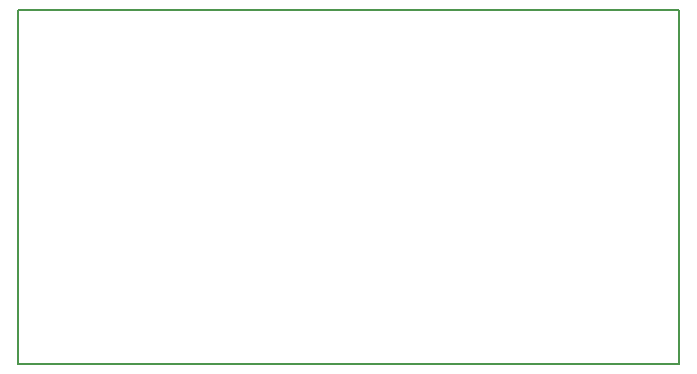
<source format=gbr>
G04 #@! TF.GenerationSoftware,KiCad,Pcbnew,(5.0.0)*
G04 #@! TF.CreationDate,2019-10-07T00:36:16+02:00*
G04 #@! TF.ProjectId,pizerospi,70697A65726F7370692E6B696361645F,rev?*
G04 #@! TF.SameCoordinates,Original*
G04 #@! TF.FileFunction,Profile,NP*
%FSLAX46Y46*%
G04 Gerber Fmt 4.6, Leading zero omitted, Abs format (unit mm)*
G04 Created by KiCad (PCBNEW (5.0.0)) date 10/07/19 00:36:16*
%MOMM*%
%LPD*%
G01*
G04 APERTURE LIST*
%ADD10C,0.200000*%
G04 APERTURE END LIST*
D10*
X17750000Y-46750000D02*
X73750000Y-46750000D01*
X73750000Y-16750000D02*
X17750000Y-16750000D01*
X73750000Y-46750000D02*
X73750000Y-16750000D01*
X17750000Y-46750000D02*
X17750000Y-16750000D01*
M02*

</source>
